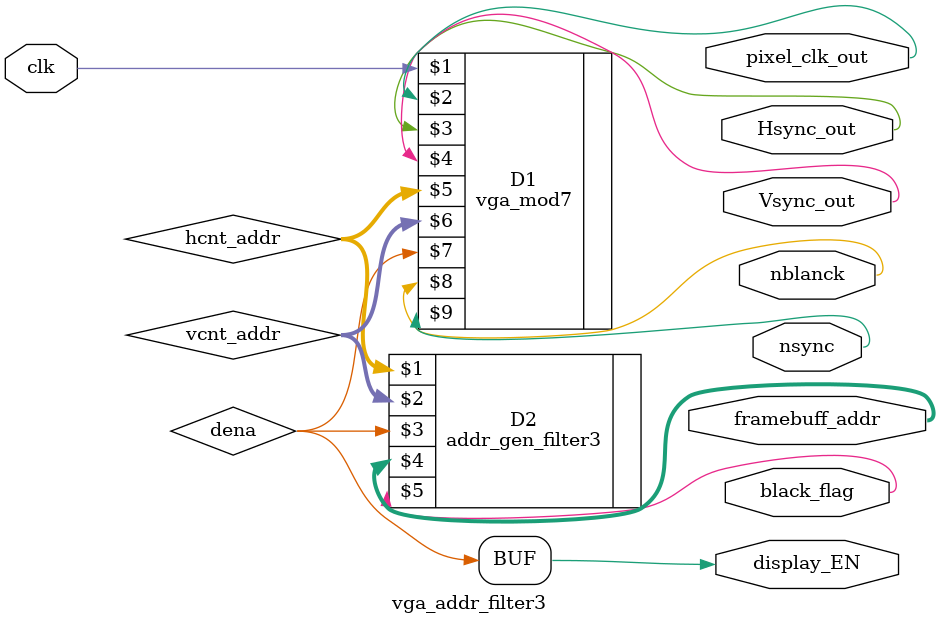
<source format=v>

module vga_addr_filter3 (clk, Hsync_out, Vsync_out, pixel_clk_out,
                         nblanck, nsync, display_EN,framebuff_addr, black_flag);
input  clk;
output Hsync_out, Vsync_out, display_EN, pixel_clk_out, nblanck, nsync, black_flag;
output [18:0] framebuff_addr;

wire [9:0] hcnt_addr;
wire [9:0] vcnt_addr;
wire dena;

vga_mod7 D1 (clk, pixel_clk_out, Hsync_out, Vsync_out, hcnt_addr,
              vcnt_addr, dena, nblanck, nsync);

addr_gen_filter3 D2 ( hcnt_addr, vcnt_addr, dena, framebuff_addr, black_flag);

assign display_EN = dena;

endmodule 
</source>
